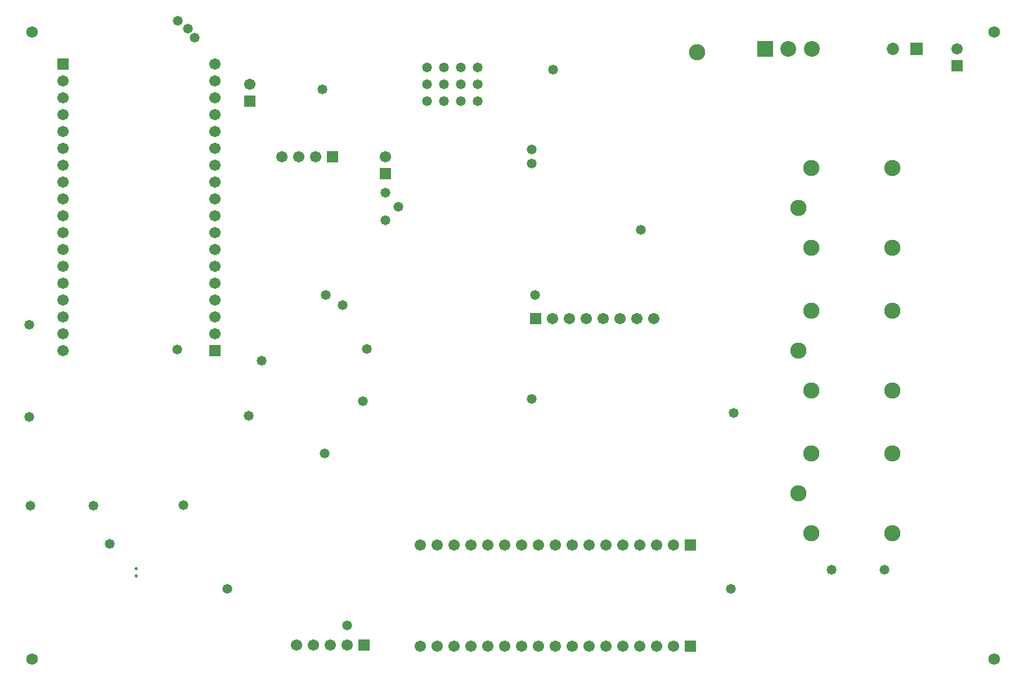
<source format=gbs>
G04*
G04 #@! TF.GenerationSoftware,Altium Limited,Altium Designer,19.1.8 (144)*
G04*
G04 Layer_Color=16711935*
%FSTAX44Y44*%
%MOMM*%
G71*
G01*
G75*
%ADD59R,1.7032X1.7032*%
%ADD73R,1.8532X1.8532*%
%ADD74C,1.8532*%
%ADD75C,2.3782*%
%ADD76R,2.3782X2.3782*%
%ADD77C,1.7032*%
%ADD78R,1.7032X1.7032*%
%ADD79C,2.4532*%
%ADD80C,1.7272*%
%ADD81C,0.5000*%
%ADD82C,1.4732*%
D59*
X0031623Y0050038D02*
D03*
X0008763Y0093218D02*
D03*
X003683Y008763D02*
D03*
X0143256Y00929894D02*
D03*
X00572516Y00767334D02*
D03*
D73*
X013716Y0095504D02*
D03*
D74*
X013366D02*
D03*
D75*
X0121412D02*
D03*
X0117912D02*
D03*
D76*
X0114412D02*
D03*
D77*
X01006094Y00207772D02*
D03*
X00980694D02*
D03*
X00955294D02*
D03*
X00929894D02*
D03*
X00904494D02*
D03*
X00879094D02*
D03*
X00853694D02*
D03*
X00828294D02*
D03*
X00802894D02*
D03*
X00777494D02*
D03*
X00752094D02*
D03*
X00726694D02*
D03*
X00701294D02*
D03*
X00675894D02*
D03*
X00650494D02*
D03*
X00625094D02*
D03*
X00823976Y00548386D02*
D03*
X00849376D02*
D03*
X00874776D02*
D03*
X00900176D02*
D03*
X00925576D02*
D03*
X00950976D02*
D03*
X00976376D02*
D03*
X0031623Y0052578D02*
D03*
Y0055118D02*
D03*
Y0057658D02*
D03*
Y0060198D02*
D03*
Y0062738D02*
D03*
Y0065278D02*
D03*
Y0067818D02*
D03*
Y0070358D02*
D03*
Y0072898D02*
D03*
Y0075438D02*
D03*
Y0077978D02*
D03*
Y0080518D02*
D03*
Y0083058D02*
D03*
Y0085598D02*
D03*
Y0088138D02*
D03*
Y0090678D02*
D03*
Y0093218D02*
D03*
X0008763Y0090678D02*
D03*
Y0088138D02*
D03*
Y0085598D02*
D03*
Y0083058D02*
D03*
Y0080518D02*
D03*
Y0077978D02*
D03*
Y0075438D02*
D03*
Y0072898D02*
D03*
Y0070358D02*
D03*
Y0067818D02*
D03*
Y0065278D02*
D03*
Y0062738D02*
D03*
Y0060198D02*
D03*
Y0057658D02*
D03*
Y0055118D02*
D03*
Y0052578D02*
D03*
Y0050038D02*
D03*
X0041656Y0079248D02*
D03*
X0044196D02*
D03*
X0046736D02*
D03*
X00438912Y00056388D02*
D03*
X00464312D02*
D03*
X00489712D02*
D03*
X00515112D02*
D03*
X003683Y009017D02*
D03*
X0143256Y00955294D02*
D03*
X00572516Y00792734D02*
D03*
X0100584Y00055372D02*
D03*
X0098044D02*
D03*
X0095504D02*
D03*
X0092964D02*
D03*
X0090424D02*
D03*
X0087884D02*
D03*
X0085344D02*
D03*
X0082804D02*
D03*
X0080264D02*
D03*
X0077724D02*
D03*
X0075184D02*
D03*
X0072644D02*
D03*
X0070104D02*
D03*
X0067564D02*
D03*
X0065024D02*
D03*
X0062484D02*
D03*
D78*
X01031494Y00207772D02*
D03*
X00798576Y00548386D02*
D03*
X0049276Y0079248D02*
D03*
X00540512Y00056388D02*
D03*
X0103124Y00055372D02*
D03*
D79*
X011938Y0071532D02*
D03*
X012138Y0065532D02*
D03*
X013358D02*
D03*
Y0077532D02*
D03*
X012138D02*
D03*
X011938Y0028544D02*
D03*
X012138Y0022544D02*
D03*
X013358D02*
D03*
Y0034544D02*
D03*
X012138D02*
D03*
X011938Y0050038D02*
D03*
X012138Y0044038D02*
D03*
X013358D02*
D03*
Y0056038D02*
D03*
X012138D02*
D03*
X010414Y0094996D02*
D03*
D80*
X0004064Y0098044D02*
D03*
Y0003556D02*
D03*
X0148844D02*
D03*
Y0098044D02*
D03*
D81*
X0019726Y0017174D02*
D03*
Y0016074D02*
D03*
D82*
X00515112Y00085979D02*
D03*
X00824738Y00923544D02*
D03*
X00957326Y00682244D02*
D03*
X01244092Y00169926D02*
D03*
X01324102D02*
D03*
X00275336Y00985266D02*
D03*
X01092454Y0014097D02*
D03*
X00592328Y00717296D02*
D03*
X00573024Y00696722D02*
D03*
Y0073787D02*
D03*
X0003683Y00400558D02*
D03*
X00366776Y00402082D02*
D03*
X00508Y0056896D02*
D03*
X01096518Y004064D02*
D03*
X00792734Y00782066D02*
D03*
Y00803402D02*
D03*
X004826Y005842D02*
D03*
X0047752Y0089408D02*
D03*
X0079248Y00427355D02*
D03*
X00545084Y00503174D02*
D03*
X0003683Y00538988D02*
D03*
X0025908Y00501904D02*
D03*
X00334518Y0014097D02*
D03*
X00481584Y00345186D02*
D03*
X00268986Y00267208D02*
D03*
X00158242Y00209296D02*
D03*
X000381Y002667D02*
D03*
X0013335D02*
D03*
X0026035Y0099695D02*
D03*
X0028575Y0097155D02*
D03*
X00635Y008763D02*
D03*
X006604D02*
D03*
X006858D02*
D03*
X007112D02*
D03*
Y009017D02*
D03*
X006858D02*
D03*
X006604D02*
D03*
X00635D02*
D03*
Y009271D02*
D03*
X006604D02*
D03*
X006858D02*
D03*
X007112D02*
D03*
X00386334Y00485394D02*
D03*
X0079756Y005842D02*
D03*
X0053848Y00424434D02*
D03*
M02*

</source>
